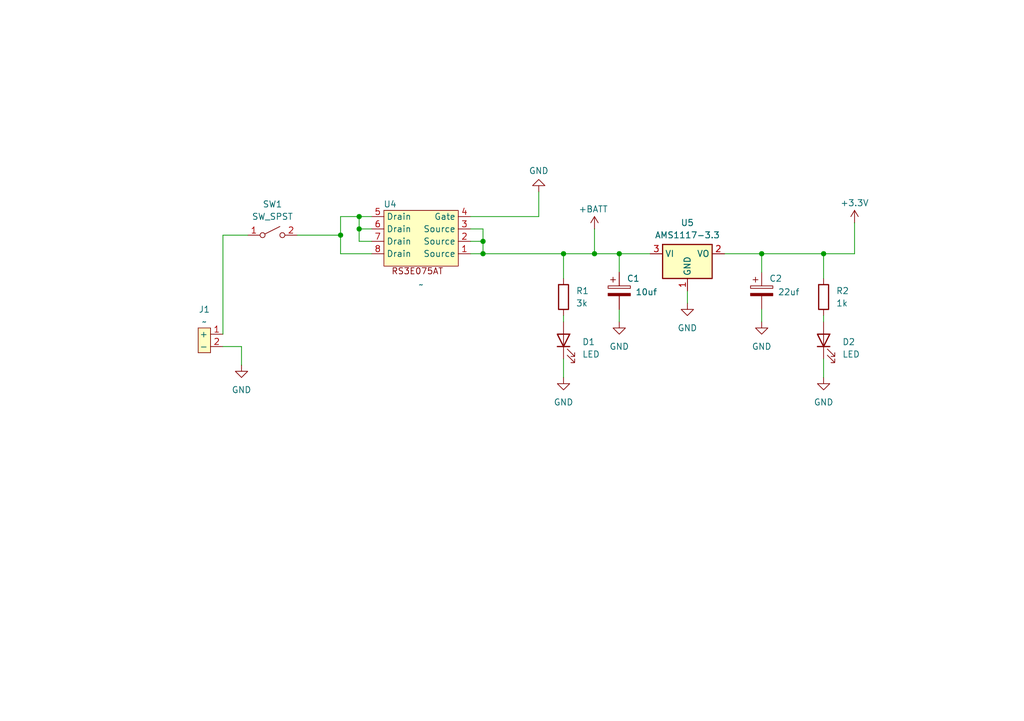
<source format=kicad_sch>
(kicad_sch (version 20250114) (generator "eeschema") (generator_version "9.0")
  (paper "A5")
  (lib_symbols
    (symbol "Device:C_Polarized" (pin_numbers (hide yes)) (pin_names (offset 0.254))
      (property "Reference" "C" (at 0.635 2.54 0))
      (property "Value" "C_Polarized" (at 0.635 -2.54 0))
      (symbol "C_Polarized_0_1"
        (rectangle (start -2.286 0.508) (end 2.286 1.016))
        (polyline (pts (xy -1.778 2.286) (xy -0.762 2.286)))
        (polyline (pts (xy -1.27 2.794) (xy -1.27 1.778)))
        (rectangle (start 2.286 -0.508) (end -2.286 -1.016) (fill (type outline)))
      )
      (symbol "C_Polarized_1_1"
        (pin passive line (at 0 3.81 270) (length 2.794) (name "~") (number "1"))
        (pin passive line (at 0 -3.81 90) (length 2.794) (name "~") (number "2"))
      )
    )
    (symbol "Device:LED" (pin_numbers (hide yes)) (pin_names (offset 1.016) (hide yes))
      (property "Reference" "D" (at 0 2.54 0))
      (property "Value" "LED" (at 0 -2.54 0))
      (symbol "LED_0_1"
        (polyline (pts (xy -3.048 -0.762) (xy -4.572 -2.286) (xy -3.81 -2.286) (xy -4.572 -2.286) (xy -4.572 -1.524)))
        (polyline (pts (xy -1.778 -0.762) (xy -3.302 -2.286) (xy -2.54 -2.286) (xy -3.302 -2.286) (xy -3.302 -1.524)))
        (polyline (pts (xy -1.27 0) (xy 1.27 0)))
        (polyline (pts (xy -1.27 -1.27) (xy -1.27 1.27)) (stroke (width 0.254)))
        (polyline (pts (xy 1.27 -1.27) (xy 1.27 1.27) (xy -1.27 0) (xy 1.27 -1.27)) (stroke (width 0.254)))
      )
      (symbol "LED_1_1"
        (pin passive line (at -3.81 0 0) (length 2.54) (name "K") (number "1"))
        (pin passive line (at 3.81 0 180) (length 2.54) (name "A") (number "2"))
      )
    )
    (symbol "Device:R" (pin_numbers (hide yes)) (pin_names (offset 0))
      (property "Reference" "R" (at 2.032 0 90))
      (property "Value" "R" (at 0 0 90))
      (symbol "R_0_1"
        (rectangle (start -1.016 -2.54) (end 1.016 2.54) (stroke (width 0.254)))
      )
      (symbol "R_1_1"
        (pin passive line (at 0 3.81 270) (length 1.27) (name "~") (number "1"))
        (pin passive line (at 0 -3.81 90) (length 1.27) (name "~") (number "2"))
      )
    )
    (symbol "Regulator_Linear:AMS1117-3.3"
      (property "Reference" "U" (at -3.81 3.175 0))
      (property "Value" "AMS1117-3.3" (at 0 3.175 0))
      (symbol "AMS1117-3.3_0_1"
        (rectangle (start -5.08 -5.08) (end 5.08 1.905) (stroke (width 0.254)) (fill (type background)))
      )
      (symbol "AMS1117-3.3_1_1"
        (pin power_in line (at -7.62 0 0) (length 2.54) (name "VI") (number "3"))
        (pin power_in line (at 0 -7.62 90) (length 2.54) (name "GND") (number "1"))
        (pin power_out line (at 7.62 0 180) (length 2.54) (name "VO") (number "2"))
      )
    )
    (symbol "Switch:SW_SPST" (pin_names (offset 0) (hide yes))
      (property "Reference" "SW" (at 0 3.175 0))
      (property "Value" "SW_SPST" (at 0 -2.54 0))
      (symbol "SW_SPST_0_0"
        (circle (center -2.032 0) (radius 0.508))
        (polyline (pts (xy -1.524 0.254) (xy 1.524 1.778)))
        (circle (center 2.032 0) (radius 0.508))
      )
      (symbol "SW_SPST_1_1"
        (pin passive line (at -5.08 0 0) (length 2.54) (name "A") (number "1"))
        (pin passive line (at 5.08 0 180) (length 2.54) (name "B") (number "2"))
      )
    )
    (symbol "power:+3.3V" (power) (pin_numbers (hide yes)) (pin_names (offset 0) (hide yes))
      (property "Value" "+3.3V" (at 0 3.556 0))
      (symbol "+3.3V_0_1"
        (polyline (pts (xy -0.762 1.27) (xy 0 2.54)))
        (polyline (pts (xy 0 2.54) (xy 0.762 1.27)))
        (polyline (pts (xy 0 0) (xy 0 2.54)))
      )
      (symbol "+3.3V_1_1"
        (pin power_in line (at 0 0 90) (length 0) (name "~") (number "1"))
      )
    )
    (symbol "power:+BATT" (power) (pin_numbers (hide yes)) (pin_names (offset 0) (hide yes))
      (property "Value" "+BATT" (at 0 3.556 0))
      (symbol "+BATT_0_1"
        (polyline (pts (xy -0.762 1.27) (xy 0 2.54)))
        (polyline (pts (xy 0 2.54) (xy 0.762 1.27)))
        (polyline (pts (xy 0 0) (xy 0 2.54)))
      )
      (symbol "+BATT_1_1"
        (pin power_in line (at 0 0 90) (length 0) (name "~") (number "1"))
      )
    )
    (symbol "power:GND" (power) (pin_numbers (hide yes)) (pin_names (offset 0) (hide yes))
      (property "Value" "GND" (at 0 -3.81 0))
      (symbol "GND_0_1"
        (polyline (pts (xy 0 0) (xy 0 -1.27) (xy 1.27 -1.27) (xy 0 -2.54) (xy -1.27 -1.27) (xy 0 -1.27)))
      )
      (symbol "GND_1_1"
        (pin power_in line (at 0 0 270) (length 0) (name "~") (number "1"))
      )
    )
    (symbol "sumo-robot-symbols:Mini-TRA-Receptacle"
      (property "Reference" "J" (at 1.27 6.35 0))
      (symbol "Mini-TRA-Receptacle_1_1"
        (rectangle (start 0 5.08) (end 2.54 0) (fill (type color) (color 255 255 194 1)))
        (pin input line (at 5.08 3.81 180) (length 2.54) (name "+") (number "1"))
        (pin output line (at 5.08 1.27 180) (length 2.54) (name "-") (number "2"))
      )
    )
    (symbol "sumo-robot-symbols:RS3E075AT"
      (property "Reference" "U" (at 1.016 12.446 0))
      (symbol "RS3E075AT_1_1"
        (rectangle (start 0 11.43) (end 15.24 0) (fill (type color) (color 255 255 194 1)))
        (text "RS3E075AT" (at 8.382 12.446 0) (effects (font (size 1.27 1.27))))
        (pin input line (at -2.54 8.89 0) (length 2.54) (name "Source") (number "1"))
        (pin input line (at -2.54 6.35 0) (length 2.54) (name "Source") (number "2"))
        (pin input line (at -2.54 3.81 0) (length 2.54) (name "Source") (number "3"))
        (pin input line (at -2.54 1.27 0) (length 2.54) (name "Gate") (number "4"))
        (pin output line (at 17.78 8.89 180) (length 2.54) (name "Drain") (number "8"))
        (pin output line (at 17.78 6.35 180) (length 2.54) (name "Drain") (number "7"))
        (pin output line (at 17.78 3.81 180) (length 2.54) (name "Drain") (number "6"))
        (pin output line (at 17.78 1.27 180) (length 2.54) (name "Drain") (number "5"))
      )
    )
  )
  (junction (at 69.85 48.26))
  (junction (at 99.06 49.53))
  (junction (at 73.66 44.45))
  (junction (at 156.21 52.07))
  (junction (at 121.92 52.07))
  (junction (at 168.91 52.07))
  (junction (at 73.66 46.99))
  (junction (at 115.57 52.07))
  (junction (at 99.06 52.07))
  (junction (at 127 52.07))
  (wire (pts (xy 115.57 73.66) (xy 115.57 77.47)))
  (wire (pts (xy 69.85 44.45) (xy 73.66 44.45)))
  (wire (pts (xy 127 52.07) (xy 127 55.88)))
  (wire (pts (xy 168.91 52.07) (xy 175.26 52.07)))
  (wire (pts (xy 99.06 46.99) (xy 99.06 49.53)))
  (wire (pts (xy 115.57 52.07) (xy 115.57 57.15)))
  (wire (pts (xy 96.52 44.45) (xy 110.49 44.45)))
  (wire (pts (xy 168.91 73.66) (xy 168.91 77.47)))
  (wire (pts (xy 73.66 44.45) (xy 76.2 44.45)))
  (wire (pts (xy 110.49 44.45) (xy 110.49 39.37)))
  (wire (pts (xy 115.57 52.07) (xy 121.92 52.07)))
  (wire (pts (xy 60.96 48.26) (xy 69.85 48.26)))
  (wire (pts (xy 73.66 49.53) (xy 73.66 46.99)))
  (wire (pts (xy 148.59 52.07) (xy 156.21 52.07)))
  (wire (pts (xy 45.72 68.58) (xy 45.72 48.26)))
  (wire (pts (xy 69.85 44.45) (xy 69.85 48.26)))
  (wire (pts (xy 69.85 48.26) (xy 69.85 52.07)))
  (wire (pts (xy 140.97 59.69) (xy 140.97 62.23)))
  (wire (pts (xy 96.52 49.53) (xy 99.06 49.53)))
  (wire (pts (xy 96.52 46.99) (xy 99.06 46.99)))
  (wire (pts (xy 76.2 49.53) (xy 73.66 49.53)))
  (wire (pts (xy 127 52.07) (xy 133.35 52.07)))
  (wire (pts (xy 121.92 52.07) (xy 127 52.07)))
  (wire (pts (xy 76.2 46.99) (xy 73.66 46.99)))
  (wire (pts (xy 45.72 48.26) (xy 50.8 48.26)))
  (wire (pts (xy 156.21 52.07) (xy 156.21 55.88)))
  (wire (pts (xy 99.06 52.07) (xy 115.57 52.07)))
  (wire (pts (xy 49.53 71.12) (xy 45.72 71.12)))
  (wire (pts (xy 99.06 49.53) (xy 99.06 52.07)))
  (wire (pts (xy 73.66 46.99) (xy 73.66 44.45)))
  (wire (pts (xy 96.52 52.07) (xy 99.06 52.07)))
  (wire (pts (xy 156.21 63.5) (xy 156.21 66.04)))
  (wire (pts (xy 115.57 64.77) (xy 115.57 66.04)))
  (wire (pts (xy 69.85 52.07) (xy 76.2 52.07)))
  (wire (pts (xy 121.92 46.99) (xy 121.92 52.07)))
  (wire (pts (xy 175.26 52.07) (xy 175.26 45.72)))
  (wire (pts (xy 127 63.5) (xy 127 66.04)))
  (wire (pts (xy 168.91 52.07) (xy 168.91 57.15)))
  (wire (pts (xy 49.53 74.93) (xy 49.53 71.12)))
  (wire (pts (xy 168.91 64.77) (xy 168.91 66.04)))
  (wire (pts (xy 156.21 52.07) (xy 168.91 52.07)))
  (symbol (lib_id "Regulator_Linear:AMS1117-3.3") (at 140.97 52.07 0) (unit 1)
    (property "Reference" "U5" (at 140.97 45.72 0))
    (property "Value" "AMS1117-3.3" (at 140.97 48.26 0))
    (property "Footprint" "Package_TO_SOT_SMD:SOT-223-3_TabPin2" (effects (hide yes)))
    (property "Datasheet" "http://www.advanced-monolithic.com/pdf/ds1117.pdf" (effects (hide yes)))
    (property "Description" "1A Low Dropout regulator, positive, 3.3V fixed output, SOT-223" (effects (hide yes)))
  )
  (symbol (lib_id "power:+3.3V") (at 175.26 45.72 0) (unit 1)
    (property "Reference" "#PWR016" (effects (hide yes)))
    (property "Value" "+3.3V" (at 175.26 41.656 0))
    (property "Description" "Power symbol creates a global label with name \"+3.3V\"" (effects (hide yes)))
  )
  (symbol (lib_id "power:+BATT") (at 121.92 46.99 0) (unit 1)
    (property "Reference" "#PWR03" (effects (hide yes)))
    (property "Value" "+BATT" (at 121.666 42.926 0))
    (property "Description" "Power symbol creates a global label with name \"+BATT\"" (effects (hide yes)))
  )
  (symbol (lib_id "sumo-robot-symbols:RS3E075AT") (at 93.98 43.18 180) (unit 1)
    (property "Reference" "U4" (at 80.01 41.91 0))
    (property "Value" "~" (at 86.36 58.42 0))
  )
  (symbol (lib_id "power:GND") (at 140.97 62.23 0) (unit 1)
    (property "Reference" "#PWR014" (effects (hide yes)))
    (property "Value" "GND" (at 140.97 67.31 0))
    (property "Description" "Power symbol creates a global label with name \"GND\" , ground" (effects (hide yes)))
  )
  (symbol (lib_id "power:GND") (at 127 66.04 0) (unit 1)
    (property "Reference" "#PWR018" (effects (hide yes)))
    (property "Value" "GND" (at 127 71.12 0))
    (property "Description" "Power symbol creates a global label with name \"GND\" , ground" (effects (hide yes)))
  )
  (symbol (lib_id "Device:LED") (at 115.57 69.85 90) (unit 1)
    (property "Reference" "D1" (at 119.38 70.1674 90) (effects (justify right)))
    (property "Value" "LED" (at 119.38 72.7074 90) (effects (justify right)))
    (property "Footprint" "LED_SMD:LED_1210_3225Metric" (effects (hide yes)))
    (property "Description" "Light emitting diode" (effects (hide yes)))
    (property "Sim.Pins" "1=K 2=A" (effects (hide yes)))
  )
  (symbol (lib_id "power:GND") (at 115.57 77.47 0) (unit 1)
    (property "Reference" "#PWR015" (effects (hide yes)))
    (property "Value" "GND" (at 115.57 82.55 0))
    (property "Description" "Power symbol creates a global label with name \"GND\" , ground" (effects (hide yes)))
  )
  (symbol (lib_id "Device:R") (at 168.91 60.96 0) (unit 1)
    (property "Reference" "R2" (at 171.45 59.6899 0) (effects (justify left)))
    (property "Value" "1k" (at 171.45 62.2299 0) (effects (justify left)))
    (property "Footprint" "Resistor_SMD:R_1210_3225Metric" (effects (hide yes)))
    (property "Description" "Resistor" (effects (hide yes)))
  )
  (symbol (lib_id "Device:LED") (at 168.91 69.85 90) (unit 1)
    (property "Reference" "D2" (at 172.72 70.1674 90) (effects (justify right)))
    (property "Value" "LED" (at 172.72 72.7074 90) (effects (justify right)))
    (property "Footprint" "LED_SMD:LED_1210_3225Metric" (effects (hide yes)))
    (property "Description" "Light emitting diode" (effects (hide yes)))
    (property "Sim.Pins" "1=K 2=A" (effects (hide yes)))
  )
  (symbol (lib_id "power:GND") (at 168.91 77.47 0) (unit 1)
    (property "Reference" "#PWR017" (effects (hide yes)))
    (property "Value" "GND" (at 168.91 82.55 0))
    (property "Description" "Power symbol creates a global label with name \"GND\" , ground" (effects (hide yes)))
  )
  (symbol (lib_id "Device:R") (at 115.57 60.96 0) (unit 1)
    (property "Reference" "R1" (at 118.11 59.6899 0) (effects (justify left)))
    (property "Value" "3k" (at 118.11 62.2299 0) (effects (justify left)))
    (property "Footprint" "Resistor_SMD:R_1210_3225Metric" (effects (hide yes)))
    (property "Description" "Resistor" (effects (hide yes)))
  )
  (symbol (lib_id "power:GND") (at 156.21 66.04 0) (unit 1)
    (property "Reference" "#PWR019" (effects (hide yes)))
    (property "Value" "GND" (at 156.21 71.12 0))
    (property "Description" "Power symbol creates a global label with name \"GND\" , ground" (effects (hide yes)))
  )
  (symbol (lib_id "Switch:SW_SPST") (at 55.88 48.26 0) (unit 1)
    (property "Reference" "SW1" (at 55.88 41.91 0))
    (property "Value" "SW_SPST" (at 55.88 44.45 0))
    (property "Footprint" "Button_Switch_SMD:SW_MEC_5GSH9" (effects (hide yes)))
    (property "Description" "Single Pole Single Throw (SPST) switch" (effects (hide yes)))
  )
  (symbol (lib_id "Device:C_Polarized") (at 127 59.69 0) (unit 1)
    (property "Reference" "C1" (at 128.524 57.15 0) (effects (justify left)))
    (property "Value" "10uf" (at 130.302 59.944 0) (effects (justify left)))
    (property "Description" "Polarized capacitor" (effects (hide yes)))
  )
  (symbol (lib_id "power:GND") (at 110.49 39.37 180) (unit 1)
    (property "Reference" "#PWR02" (effects (hide yes)))
    (property "Value" "GND" (at 110.49 35.052 0))
    (property "Description" "Power symbol creates a global label with name \"GND\" , ground" (effects (hide yes)))
  )
  (symbol (lib_id "Device:C_Polarized") (at 156.21 59.69 0) (unit 1)
    (property "Reference" "C2" (at 157.734 57.15 0) (effects (justify left)))
    (property "Value" "22uf" (at 159.512 59.944 0) (effects (justify left)))
    (property "Description" "Polarized capacitor" (effects (hide yes)))
  )
  (symbol (lib_id "power:GND") (at 49.53 74.93 0) (unit 1)
    (property "Reference" "#PWR01" (effects (hide yes)))
    (property "Value" "GND" (at 49.53 80.01 0))
    (property "Description" "Power symbol creates a global label with name \"GND\" , ground" (effects (hide yes)))
  )
  (symbol (lib_id "sumo-robot-symbols:Mini-TRA-Receptacle") (at 40.64 72.39 0) (unit 1)
    (property "Reference" "J1" (at 41.91 63.5 0))
    (property "Value" "~" (at 41.91 66.04 0))
  )
)
</source>
